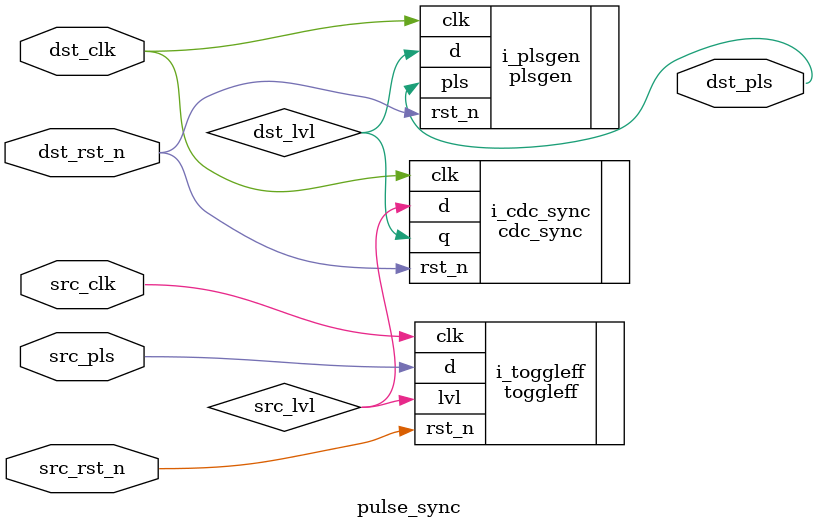
<source format=v>
`timescale 1ns/1ps


module pulse_sync #( parameter pSTAGES = 2
                   )
(
  input  wire src_clk,       // Source Clock Domain
  input  wire src_rst_n,     // Reset from Source Clock Domain
  input  wire src_pls,       // Sending Pulse
  
  input  wire dst_clk,       // Destination Clock Domain
  input  wire dst_rst_n,     // Reset from Destination Clock Domain
  output wire dst_pls        // Synchronized Pulse 
);



wire src_lvl;
wire dst_lvl;


//---------------------------------------------------
// Instantiate
//--------------------------------------------------
// Toggle Flop Circuit
toggleff i_toggleff (
  .clk  (src_clk),
  .rst_n(src_rst_n),
  .d    (src_pls),   // Pulse signal
  .lvl  (src_lvl)    // Level signal
);


// Double Flip Flop Synchronizer
cdc_sync #( .pSTAGES(pSTAGES)
	      )
i_cdc_sync (
  .clk  (dst_clk),
  .rst_n(dst_rst_n),
  .d    (src_lvl),
  .q    (dst_lvl)
);


// Level signal -> pulse signal
plsgen i_plsgen (
  .clk  (dst_clk),
  .rst_n(dst_rst_n),
  .d    (dst_lvl),
  .pls  (dst_pls)
);


endmodule
</source>
